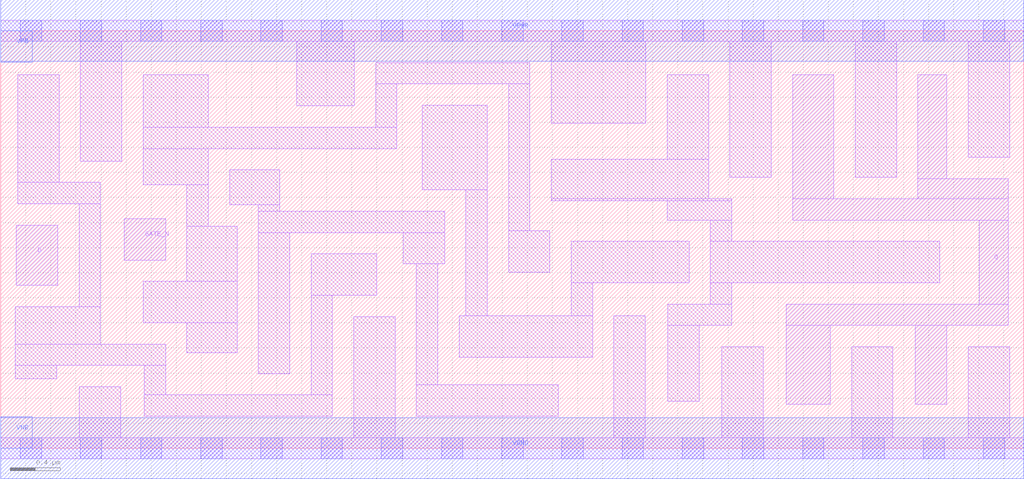
<source format=lef>
# Copyright 2020 The SkyWater PDK Authors
#
# Licensed under the Apache License, Version 2.0 (the "License");
# you may not use this file except in compliance with the License.
# You may obtain a copy of the License at
#
#     https://www.apache.org/licenses/LICENSE-2.0
#
# Unless required by applicable law or agreed to in writing, software
# distributed under the License is distributed on an "AS IS" BASIS,
# WITHOUT WARRANTIES OR CONDITIONS OF ANY KIND, either express or implied.
# See the License for the specific language governing permissions and
# limitations under the License.
#
# SPDX-License-Identifier: Apache-2.0

VERSION 5.5 ;
NAMESCASESENSITIVE ON ;
BUSBITCHARS "[]" ;
DIVIDERCHAR "/" ;
MACRO sky130_fd_sc_ms__dlxtn_4
  CLASS CORE ;
  SOURCE USER ;
  ORIGIN  0.000000  0.000000 ;
  SIZE  8.160000 BY  3.330000 ;
  SYMMETRY X Y ;
  SITE unit ;
  PIN D
    ANTENNAGATEAREA  0.208000 ;
    DIRECTION INPUT ;
    USE SIGNAL ;
    PORT
      LAYER li1 ;
        RECT 0.125000 1.300000 0.455000 1.780000 ;
    END
  END D
  PIN Q
    ANTENNADIFFAREA  1.270300 ;
    DIRECTION OUTPUT ;
    USE SIGNAL ;
    PORT
      LAYER li1 ;
        RECT 6.265000 0.350000 6.615000 0.980000 ;
        RECT 6.265000 0.980000 8.035000 1.150000 ;
        RECT 6.315000 1.820000 8.035000 1.990000 ;
        RECT 6.315000 1.990000 6.645000 2.980000 ;
        RECT 7.295000 0.350000 7.545000 0.980000 ;
        RECT 7.315000 1.990000 8.035000 2.150000 ;
        RECT 7.315000 2.150000 7.545000 2.980000 ;
        RECT 7.805000 1.150000 8.035000 1.820000 ;
    END
  END Q
  PIN GATE_N
    ANTENNAGATEAREA  0.237000 ;
    DIRECTION INPUT ;
    USE CLOCK ;
    PORT
      LAYER li1 ;
        RECT 0.985000 1.500000 1.315000 1.830000 ;
    END
  END GATE_N
  PIN VGND
    DIRECTION INOUT ;
    USE GROUND ;
    PORT
      LAYER met1 ;
        RECT 0.000000 -0.245000 8.160000 0.245000 ;
    END
  END VGND
  PIN VNB
    DIRECTION INOUT ;
    USE GROUND ;
    PORT
      LAYER met1 ;
        RECT 0.000000 0.000000 0.250000 0.250000 ;
    END
  END VNB
  PIN VPB
    DIRECTION INOUT ;
    USE POWER ;
    PORT
      LAYER met1 ;
        RECT 0.000000 3.080000 0.250000 3.330000 ;
    END
  END VPB
  PIN VPWR
    DIRECTION INOUT ;
    USE POWER ;
    PORT
      LAYER met1 ;
        RECT 0.000000 3.085000 8.160000 3.575000 ;
    END
  END VPWR
  OBS
    LAYER li1 ;
      RECT 0.000000 -0.085000 8.160000 0.085000 ;
      RECT 0.000000  3.245000 8.160000 3.415000 ;
      RECT 0.115000  0.555000 0.445000 0.660000 ;
      RECT 0.115000  0.660000 1.315000 0.830000 ;
      RECT 0.115000  0.830000 0.795000 1.130000 ;
      RECT 0.135000  1.950000 0.795000 2.120000 ;
      RECT 0.135000  2.120000 0.465000 2.980000 ;
      RECT 0.625000  0.085000 0.955000 0.490000 ;
      RECT 0.625000  1.130000 0.795000 1.950000 ;
      RECT 0.635000  2.290000 0.965000 3.245000 ;
      RECT 1.135000  1.000000 1.885000 1.330000 ;
      RECT 1.135000  2.100000 1.655000 2.390000 ;
      RECT 1.135000  2.390000 3.160000 2.560000 ;
      RECT 1.135000  2.560000 1.655000 2.980000 ;
      RECT 1.145000  0.255000 2.645000 0.425000 ;
      RECT 1.145000  0.425000 1.315000 0.660000 ;
      RECT 1.485000  0.760000 1.885000 1.000000 ;
      RECT 1.485000  1.330000 1.885000 1.770000 ;
      RECT 1.485000  1.770000 1.655000 2.100000 ;
      RECT 1.825000  1.940000 2.225000 2.220000 ;
      RECT 2.055000  0.595000 2.305000 1.720000 ;
      RECT 2.055000  1.720000 3.540000 1.890000 ;
      RECT 2.055000  1.890000 2.225000 1.940000 ;
      RECT 2.360000  2.730000 2.820000 3.245000 ;
      RECT 2.475000  0.425000 2.645000 1.220000 ;
      RECT 2.475000  1.220000 3.000000 1.550000 ;
      RECT 2.815000  0.085000 3.145000 1.050000 ;
      RECT 2.990000  2.560000 3.160000 2.905000 ;
      RECT 2.990000  2.905000 4.220000 3.075000 ;
      RECT 3.210000  1.470000 3.540000 1.720000 ;
      RECT 3.315000  0.255000 4.445000 0.505000 ;
      RECT 3.315000  0.505000 3.485000 1.470000 ;
      RECT 3.360000  2.060000 3.880000 2.735000 ;
      RECT 3.655000  0.725000 4.720000 1.055000 ;
      RECT 3.710000  1.055000 3.880000 2.060000 ;
      RECT 4.050000  1.405000 4.380000 1.735000 ;
      RECT 4.050000  1.735000 4.220000 2.905000 ;
      RECT 4.390000  1.975000 5.830000 1.990000 ;
      RECT 4.390000  1.990000 5.645000 2.305000 ;
      RECT 4.390000  2.590000 5.145000 3.245000 ;
      RECT 4.550000  1.055000 4.720000 1.320000 ;
      RECT 4.550000  1.320000 5.490000 1.650000 ;
      RECT 4.890000  0.085000 5.140000 1.055000 ;
      RECT 5.315000  1.820000 5.830000 1.975000 ;
      RECT 5.315000  2.305000 5.645000 2.980000 ;
      RECT 5.320000  0.375000 5.570000 0.980000 ;
      RECT 5.320000  0.980000 5.830000 1.150000 ;
      RECT 5.660000  1.150000 5.830000 1.320000 ;
      RECT 5.660000  1.320000 7.490000 1.650000 ;
      RECT 5.660000  1.650000 5.830000 1.820000 ;
      RECT 5.750000  0.085000 6.080000 0.810000 ;
      RECT 5.815000  2.160000 6.145000 3.245000 ;
      RECT 6.785000  0.085000 7.115000 0.810000 ;
      RECT 6.815000  2.160000 7.145000 3.245000 ;
      RECT 7.715000  0.085000 8.045000 0.810000 ;
      RECT 7.715000  2.320000 8.045000 3.245000 ;
    LAYER mcon ;
      RECT 0.155000 -0.085000 0.325000 0.085000 ;
      RECT 0.155000  3.245000 0.325000 3.415000 ;
      RECT 0.635000 -0.085000 0.805000 0.085000 ;
      RECT 0.635000  3.245000 0.805000 3.415000 ;
      RECT 1.115000 -0.085000 1.285000 0.085000 ;
      RECT 1.115000  3.245000 1.285000 3.415000 ;
      RECT 1.595000 -0.085000 1.765000 0.085000 ;
      RECT 1.595000  3.245000 1.765000 3.415000 ;
      RECT 2.075000 -0.085000 2.245000 0.085000 ;
      RECT 2.075000  3.245000 2.245000 3.415000 ;
      RECT 2.555000 -0.085000 2.725000 0.085000 ;
      RECT 2.555000  3.245000 2.725000 3.415000 ;
      RECT 3.035000 -0.085000 3.205000 0.085000 ;
      RECT 3.035000  3.245000 3.205000 3.415000 ;
      RECT 3.515000 -0.085000 3.685000 0.085000 ;
      RECT 3.515000  3.245000 3.685000 3.415000 ;
      RECT 3.995000 -0.085000 4.165000 0.085000 ;
      RECT 3.995000  3.245000 4.165000 3.415000 ;
      RECT 4.475000 -0.085000 4.645000 0.085000 ;
      RECT 4.475000  3.245000 4.645000 3.415000 ;
      RECT 4.955000 -0.085000 5.125000 0.085000 ;
      RECT 4.955000  3.245000 5.125000 3.415000 ;
      RECT 5.435000 -0.085000 5.605000 0.085000 ;
      RECT 5.435000  3.245000 5.605000 3.415000 ;
      RECT 5.915000 -0.085000 6.085000 0.085000 ;
      RECT 5.915000  3.245000 6.085000 3.415000 ;
      RECT 6.395000 -0.085000 6.565000 0.085000 ;
      RECT 6.395000  3.245000 6.565000 3.415000 ;
      RECT 6.875000 -0.085000 7.045000 0.085000 ;
      RECT 6.875000  3.245000 7.045000 3.415000 ;
      RECT 7.355000 -0.085000 7.525000 0.085000 ;
      RECT 7.355000  3.245000 7.525000 3.415000 ;
      RECT 7.835000 -0.085000 8.005000 0.085000 ;
      RECT 7.835000  3.245000 8.005000 3.415000 ;
  END
END sky130_fd_sc_ms__dlxtn_4

</source>
